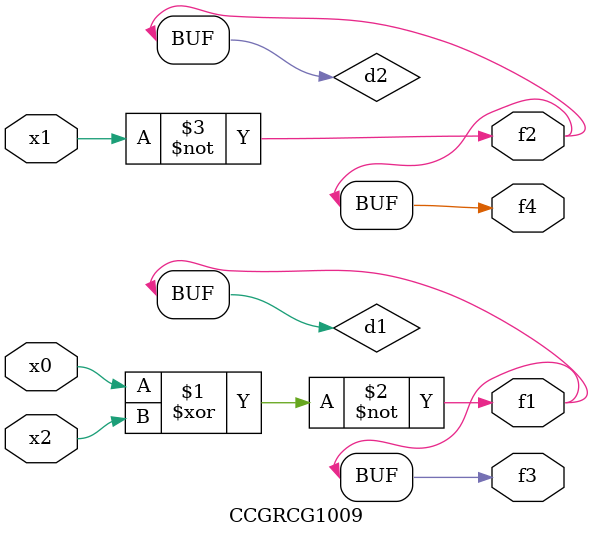
<source format=v>
module CCGRCG1009(
	input x0, x1, x2,
	output f1, f2, f3, f4
);

	wire d1, d2, d3;

	xnor (d1, x0, x2);
	nand (d2, x1);
	nor (d3, x1, x2);
	assign f1 = d1;
	assign f2 = d2;
	assign f3 = d1;
	assign f4 = d2;
endmodule

</source>
